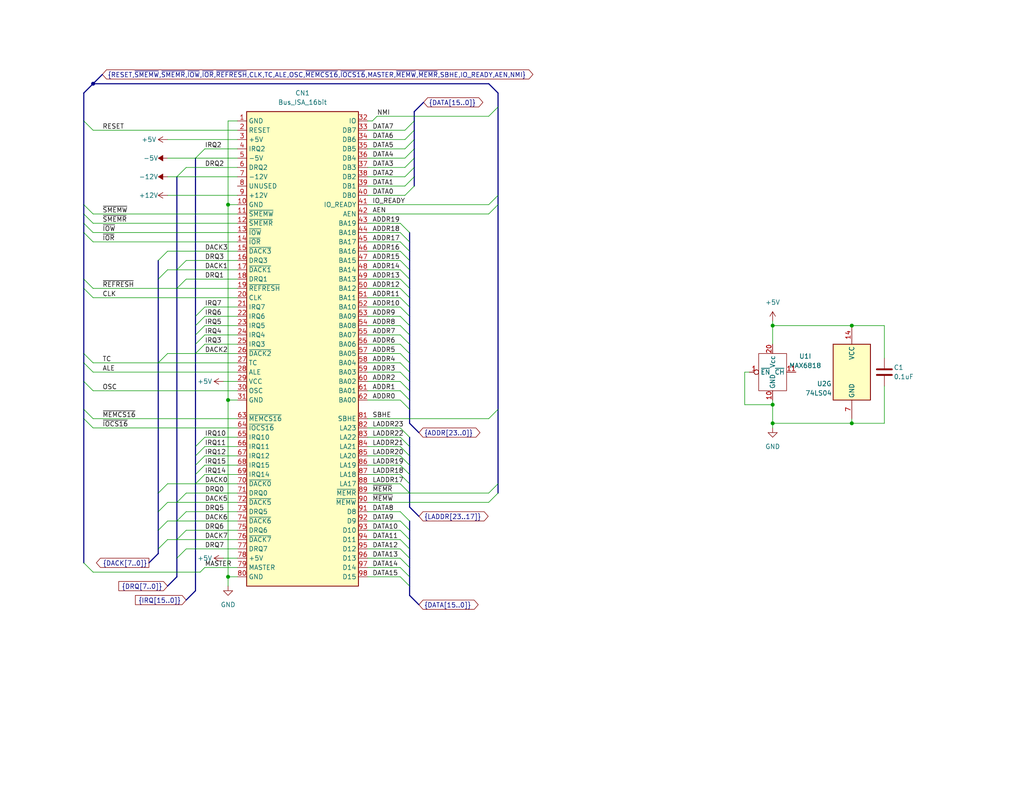
<source format=kicad_sch>
(kicad_sch (version 20211123) (generator eeschema)
  (paper "USLetter")
  (title_block (title "ISA Demo Card") (date "2022-04-17") (rev "001"))
  (lib_symbols
    (symbol "74xx:74LS04"
      (property "Reference" "U" (at 0 1.27 0))
      (property "Value" "74LS04" (at 0 -1.27 0))
      (symbol "74LS04_1_0"
        (polyline (pts (xy -3.81 3.81) (xy -3.81 -3.81) (xy 3.81 0) (xy -3.81 3.81)) (stroke (width 0.254)) (fill (type background)))
        (pin input line (at -7.62 0 0) (length 3.81) (name "~") (number "1"))
        (pin output inverted (at 7.62 0 180) (length 3.81) (name "~") (number "2"))
      )
      (symbol "74LS04_2_0"
        (polyline (pts (xy -3.81 3.81) (xy -3.81 -3.81) (xy 3.81 0) (xy -3.81 3.81)) (stroke (width 0.254)) (fill (type background)))
        (pin input line (at -7.62 0 0) (length 3.81) (name "~") (number "3"))
        (pin output inverted (at 7.62 0 180) (length 3.81) (name "~") (number "4"))
      )
      (symbol "74LS04_3_0"
        (polyline (pts (xy -3.81 3.81) (xy -3.81 -3.81) (xy 3.81 0) (xy -3.81 3.81)) (stroke (width 0.254)) (fill (type background)))
        (pin input line (at -7.62 0 0) (length 3.81) (name "~") (number "5"))
        (pin output inverted (at 7.62 0 180) (length 3.81) (name "~") (number "6"))
      )
      (symbol "74LS04_4_0"
        (polyline (pts (xy -3.81 3.81) (xy -3.81 -3.81) (xy 3.81 0) (xy -3.81 3.81)) (stroke (width 0.254)) (fill (type background)))
        (pin output inverted (at 7.62 0 180) (length 3.81) (name "~") (number "8"))
        (pin input line (at -7.62 0 0) (length 3.81) (name "~") (number "9"))
      )
      (symbol "74LS04_5_0"
        (polyline (pts (xy -3.81 3.81) (xy -3.81 -3.81) (xy 3.81 0) (xy -3.81 3.81)) (stroke (width 0.254)) (fill (type background)))
        (pin output inverted (at 7.62 0 180) (length 3.81) (name "~") (number "10"))
        (pin input line (at -7.62 0 0) (length 3.81) (name "~") (number "11"))
      )
      (symbol "74LS04_6_0"
        (polyline (pts (xy -3.81 3.81) (xy -3.81 -3.81) (xy 3.81 0) (xy -3.81 3.81)) (stroke (width 0.254)) (fill (type background)))
        (pin output inverted (at 7.62 0 180) (length 3.81) (name "~") (number "12"))
        (pin input line (at -7.62 0 0) (length 3.81) (name "~") (number "13"))
      )
      (symbol "74LS04_7_0"
        (pin power_in line (at 0 12.7 270) (length 5.08) (name "VCC") (number "14"))
        (pin power_in line (at 0 -12.7 90) (length 5.08) (name "GND") (number "7"))
      )
      (symbol "74LS04_7_1"
        (rectangle (start -5.08 7.62) (end 5.08 -7.62) (stroke (width 0.254)) (fill (type background)))
      )
    )
    (symbol "Connector:Bus_ISA_16bit"
      (property "Reference" "J" (at 0 67.945 0))
      (property "Value" "Bus_ISA_16bit" (at 0 -65.405 0))
      (symbol "Bus_ISA_16bit_0_1"
        (rectangle (start -15.24 -63.5) (end 15.24 66.04) (stroke (width 0.254)) (fill (type background)))
      )
      (symbol "Bus_ISA_16bit_1_1"
        (pin power_in line (at -17.78 63.5 0) (length 2.54) (name "GND") (number "1"))
        (pin power_in line (at -17.78 40.64 0) (length 2.54) (name "GND") (number "10"))
        (pin output line (at -17.78 38.1 0) (length 2.54) (name "~{SMEMW}") (number "11"))
        (pin output line (at -17.78 35.56 0) (length 2.54) (name "~{SMEMR}") (number "12"))
        (pin output line (at -17.78 33.02 0) (length 2.54) (name "~{IOW}") (number "13"))
        (pin output line (at -17.78 30.48 0) (length 2.54) (name "~{IOR}") (number "14"))
        (pin passive line (at -17.78 27.94 0) (length 2.54) (name "~{DACK3}") (number "15"))
        (pin passive line (at -17.78 25.4 0) (length 2.54) (name "DRQ3") (number "16"))
        (pin passive line (at -17.78 22.86 0) (length 2.54) (name "~{DACK1}") (number "17"))
        (pin passive line (at -17.78 20.32 0) (length 2.54) (name "DRQ1") (number "18"))
        (pin passive line (at -17.78 17.78 0) (length 2.54) (name "~{REFRESH}") (number "19"))
        (pin output line (at -17.78 60.96 0) (length 2.54) (name "RESET") (number "2"))
        (pin output line (at -17.78 15.24 0) (length 2.54) (name "CLK") (number "20"))
        (pin passive line (at -17.78 12.7 0) (length 2.54) (name "IRQ7") (number "21"))
        (pin passive line (at -17.78 10.16 0) (length 2.54) (name "IRQ6") (number "22"))
        (pin passive line (at -17.78 7.62 0) (length 2.54) (name "IRQ5") (number "23"))
        (pin passive line (at -17.78 5.08 0) (length 2.54) (name "IRQ4") (number "24"))
        (pin passive line (at -17.78 2.54 0) (length 2.54) (name "IRQ3") (number "25"))
        (pin passive line (at -17.78 0 0) (length 2.54) (name "~{DACK2}") (number "26"))
        (pin passive line (at -17.78 -2.54 0) (length 2.54) (name "TC") (number "27"))
        (pin output line (at -17.78 -5.08 0) (length 2.54) (name "ALE") (number "28"))
        (pin power_in line (at -17.78 -7.62 0) (length 2.54) (name "VCC") (number "29"))
        (pin power_in line (at -17.78 58.42 0) (length 2.54) (name "+5V") (number "3"))
        (pin output line (at -17.78 -10.16 0) (length 2.54) (name "OSC") (number "30"))
        (pin power_in line (at -17.78 -12.7 0) (length 2.54) (name "GND") (number "31"))
        (pin passive line (at 17.78 63.5 180) (length 2.54) (name "IO") (number "32"))
        (pin tri_state line (at 17.78 60.96 180) (length 2.54) (name "DB7") (number "33"))
        (pin tri_state line (at 17.78 58.42 180) (length 2.54) (name "DB6") (number "34"))
        (pin tri_state line (at 17.78 55.88 180) (length 2.54) (name "DB5") (number "35"))
        (pin tri_state line (at 17.78 53.34 180) (length 2.54) (name "DB4") (number "36"))
        (pin tri_state line (at 17.78 50.8 180) (length 2.54) (name "DB3") (number "37"))
        (pin tri_state line (at 17.78 48.26 180) (length 2.54) (name "DB2") (number "38"))
        (pin tri_state line (at 17.78 45.72 180) (length 2.54) (name "DB1") (number "39"))
        (pin passive line (at -17.78 55.88 0) (length 2.54) (name "IRQ2") (number "4"))
        (pin tri_state line (at 17.78 43.18 180) (length 2.54) (name "DB0") (number "40"))
        (pin passive line (at 17.78 40.64 180) (length 2.54) (name "IO_READY") (number "41"))
        (pin output line (at 17.78 38.1 180) (length 2.54) (name "AEN") (number "42"))
        (pin tri_state line (at 17.78 35.56 180) (length 2.54) (name "BA19") (number "43"))
        (pin tri_state line (at 17.78 33.02 180) (length 2.54) (name "BA18") (number "44"))
        (pin tri_state line (at 17.78 30.48 180) (length 2.54) (name "BA17") (number "45"))
        (pin tri_state line (at 17.78 27.94 180) (length 2.54) (name "BA16") (number "46"))
        (pin tri_state line (at 17.78 25.4 180) (length 2.54) (name "BA15") (number "47"))
        (pin tri_state line (at 17.78 22.86 180) (length 2.54) (name "BA14") (number "48"))
        (pin tri_state line (at 17.78 20.32 180) (length 2.54) (name "BA13") (number "49"))
        (pin power_in line (at -17.78 53.34 0) (length 2.54) (name "-5V") (number "5"))
        (pin tri_state line (at 17.78 17.78 180) (length 2.54) (name "BA12") (number "50"))
        (pin tri_state line (at 17.78 15.24 180) (length 2.54) (name "BA11") (number "51"))
        (pin tri_state line (at 17.78 12.7 180) (length 2.54) (name "BA10") (number "52"))
        (pin tri_state line (at 17.78 10.16 180) (length 2.54) (name "BA09") (number "53"))
        (pin tri_state line (at 17.78 7.62 180) (length 2.54) (name "BA08") (number "54"))
        (pin tri_state line (at 17.78 5.08 180) (length 2.54) (name "BA07") (number "55"))
        (pin tri_state line (at 17.78 2.54 180) (length 2.54) (name "BA06") (number "56"))
        (pin tri_state line (at 17.78 0 180) (length 2.54) (name "BA05") (number "57"))
        (pin tri_state line (at 17.78 -2.54 180) (length 2.54) (name "BA04") (number "58"))
        (pin tri_state line (at 17.78 -5.08 180) (length 2.54) (name "BA03") (number "59"))
        (pin passive line (at -17.78 50.8 0) (length 2.54) (name "DRQ2") (number "6"))
        (pin tri_state line (at 17.78 -7.62 180) (length 2.54) (name "BA02") (number "60"))
        (pin tri_state line (at 17.78 -10.16 180) (length 2.54) (name "BA01") (number "61"))
        (pin tri_state line (at 17.78 -12.7 180) (length 2.54) (name "BA00") (number "62"))
        (pin passive line (at -17.78 -17.78 0) (length 2.54) (name "~{MEMCS16}") (number "63"))
        (pin passive line (at -17.78 -20.32 0) (length 2.54) (name "~{IOCS16}") (number "64"))
        (pin passive line (at -17.78 -22.86 0) (length 2.54) (name "IRQ10") (number "65"))
        (pin passive line (at -17.78 -25.4 0) (length 2.54) (name "IRQ11") (number "66"))
        (pin passive line (at -17.78 -27.94 0) (length 2.54) (name "IRQ12") (number "67"))
        (pin passive line (at -17.78 -30.48 0) (length 2.54) (name "IRQ15") (number "68"))
        (pin passive line (at -17.78 -33.02 0) (length 2.54) (name "IRQ14") (number "69"))
        (pin power_in line (at -17.78 48.26 0) (length 2.54) (name "-12V") (number "7"))
        (pin output line (at -17.78 -35.56 0) (length 2.54) (name "~{DACK0}") (number "70"))
        (pin passive line (at -17.78 -38.1 0) (length 2.54) (name "DRQ0") (number "71"))
        (pin output line (at -17.78 -40.64 0) (length 2.54) (name "~{DACK5}") (number "72"))
        (pin passive line (at -17.78 -43.18 0) (length 2.54) (name "DRQ5") (number "73"))
        (pin output line (at -17.78 -45.72 0) (length 2.54) (name "~{DACK6}") (number "74"))
        (pin passive line (at -17.78 -48.26 0) (length 2.54) (name "DRQ6") (number "75"))
        (pin output line (at -17.78 -50.8 0) (length 2.54) (name "~{DACK7}") (number "76"))
        (pin passive line (at -17.78 -53.34 0) (length 2.54) (name "DRQ7") (number "77"))
        (pin power_in line (at -17.78 -55.88 0) (length 2.54) (name "+5V") (number "78"))
        (pin passive line (at -17.78 -58.42 0) (length 2.54) (name "MASTER") (number "79"))
        (pin passive line (at -17.78 45.72 0) (length 2.54) (name "UNUSED") (number "8"))
        (pin power_in line (at -17.78 -60.96 0) (length 2.54) (name "GND") (number "80"))
        (pin passive line (at 17.78 -17.78 180) (length 2.54) (name "SBHE") (number "81"))
        (pin passive line (at 17.78 -20.32 180) (length 2.54) (name "LA23") (number "82"))
        (pin passive line (at 17.78 -22.86 180) (length 2.54) (name "LA22") (number "83"))
        (pin passive line (at 17.78 -25.4 180) (length 2.54) (name "LA21") (number "84"))
        (pin passive line (at 17.78 -27.94 180) (length 2.54) (name "LA20") (number "85"))
        (pin passive line (at 17.78 -30.48 180) (length 2.54) (name "LA19") (number "86"))
        (pin passive line (at 17.78 -33.02 180) (length 2.54) (name "LA18") (number "87"))
        (pin passive line (at 17.78 -35.56 180) (length 2.54) (name "LA17") (number "88"))
        (pin output line (at 17.78 -38.1 180) (length 2.54) (name "~{MEMR}") (number "89"))
        (pin power_in line (at -17.78 43.18 0) (length 2.54) (name "+12V") (number "9"))
        (pin output line (at 17.78 -40.64 180) (length 2.54) (name "~{MEMW}") (number "90"))
        (pin tri_state line (at 17.78 -43.18 180) (length 2.54) (name "D8") (number "91"))
        (pin tri_state line (at 17.78 -45.72 180) (length 2.54) (name "D9") (number "92"))
        (pin tri_state line (at 17.78 -48.26 180) (length 2.54) (name "D10") (number "93"))
        (pin tri_state line (at 17.78 -50.8 180) (length 2.54) (name "D11") (number "94"))
        (pin tri_state line (at 17.78 -53.34 180) (length 2.54) (name "D12") (number "95"))
        (pin tri_state line (at 17.78 -55.88 180) (length 2.54) (name "D13") (number "96"))
        (pin tri_state line (at 17.78 -58.42 180) (length 2.54) (name "D14") (number "97"))
        (pin tri_state line (at 17.78 -60.96 180) (length 2.54) (name "D15") (number "98"))
      )
    )
    (symbol "Device:C" (pin_numbers hide) (pin_names (offset 0.254))
      (property "Reference" "C" (at 0.635 2.54 0))
      (property "Value" "C" (at 0.635 -2.54 0))
      (symbol "C_0_1"
        (polyline (pts (xy -2.032 -0.762) (xy 2.032 -0.762)) (stroke (width 0.508)))
        (polyline (pts (xy -2.032 0.762) (xy 2.032 0.762)) (stroke (width 0.508)))
      )
      (symbol "C_1_1"
        (pin passive line (at 0 3.81 270) (length 2.794) (name "~") (number "1"))
        (pin passive line (at 0 -3.81 90) (length 2.794) (name "~") (number "2"))
      )
    )
    (symbol "ISADemoCard:MAX6818" (in_bom no) (on_board no)
      (property "Reference" "U" (at 5.08 3.81 0))
      (property "Value" "MAX6818" (at 8.89 -2.54 0))
      (symbol "MAX6818_1_1"
        (rectangle (start -3.81 2.54) (end 3.81 -2.54))
        (pin output line (at 6.35 0 180) (length 2.54) (name "OUT") (number "19"))
        (pin input line (at -6.35 0 0) (length 2.54) (name "IN") (number "2"))
      )
      (symbol "MAX6818_2_1"
        (rectangle (start -3.81 2.54) (end 3.81 -2.54))
        (pin output line (at 6.35 0 180) (length 2.54) (name "OUT") (number "18"))
        (pin input line (at -6.35 0 0) (length 2.54) (name "IN") (number "3"))
      )
      (symbol "MAX6818_3_1"
        (rectangle (start -3.81 2.54) (end 3.81 -2.54))
        (pin output line (at 6.35 0 180) (length 2.54) (name "OUT") (number "17"))
        (pin input line (at -6.35 0 0) (length 2.54) (name "IN") (number "4"))
      )
      (symbol "MAX6818_4_1"
        (rectangle (start -3.81 2.54) (end 3.81 -2.54))
        (pin output line (at 6.35 0 180) (length 2.54) (name "OUT") (number "16"))
        (pin input line (at -6.35 0 0) (length 2.54) (name "IN") (number "5"))
      )
      (symbol "MAX6818_5_1"
        (rectangle (start 3.81 -2.54) (end -3.81 2.54))
        (pin output line (at 6.35 0 180) (length 2.54) (name "OUT") (number "15"))
        (pin input line (at -6.35 0 0) (length 2.54) (name "IN") (number "6"))
      )
      (symbol "MAX6818_6_1"
        (rectangle (start -3.81 2.54) (end 3.81 -2.54))
        (pin output line (at 6.35 0 180) (length 2.54) (name "OUT") (number "14"))
        (pin input line (at -6.35 0 0) (length 2.54) (name "IN") (number "7"))
      )
      (symbol "MAX6818_7_1"
        (rectangle (start -3.81 2.54) (end 3.81 -2.54))
        (pin output line (at 6.35 0 180) (length 2.54) (name "OUT") (number "13"))
        (pin input line (at -6.35 0 0) (length 2.54) (name "IN") (number "8"))
      )
      (symbol "MAX6818_8_1"
        (rectangle (start -3.81 2.54) (end 3.81 -2.54))
        (pin output line (at 6.35 0 180) (length 2.54) (name "OUT") (number "12"))
        (pin input line (at -6.35 0 0) (length 2.54) (name "IN") (number "9"))
      )
      (symbol "MAX6818_9_1"
        (rectangle (start -3.81 5.08) (end 3.81 -5.08))
        (pin input inverted (at -6.35 0 0) (length 2.54) (name "~{EN}") (number "1"))
        (pin power_in line (at 0 -7.62 90) (length 2.54) (name "GND") (number "10"))
        (pin output line (at 6.35 0 180) (length 2.54) (name "~{CH}") (number "11"))
        (pin power_in line (at 0 7.62 270) (length 2.54) (name "Vcc") (number "20"))
      )
    )
    (symbol "power:+12V" (power) (pin_names (offset 0))
      (property "Value" "+12V" (at 0 3.556 0))
      (symbol "+12V_0_1"
        (polyline (pts (xy -0.762 1.27) (xy 0 2.54)))
        (polyline (pts (xy 0 0) (xy 0 2.54)))
        (polyline (pts (xy 0 2.54) (xy 0.762 1.27)))
      )
      (symbol "+12V_1_1"
        (pin power_in line (at 0 0 90) (length 0) hide (name "+12V") (number "1"))
      )
    )
    (symbol "power:+5V" (power) (pin_names (offset 0))
      (property "Value" "+5V" (at 0 3.556 0))
      (symbol "+5V_0_1"
        (polyline (pts (xy -0.762 1.27) (xy 0 2.54)))
        (polyline (pts (xy 0 0) (xy 0 2.54)))
        (polyline (pts (xy 0 2.54) (xy 0.762 1.27)))
      )
      (symbol "+5V_1_1"
        (pin power_in line (at 0 0 90) (length 0) hide (name "+5V") (number "1"))
      )
    )
    (symbol "power:-12V" (power) (pin_names (offset 0))
      (property "Value" "-12V" (at 0 3.81 0))
      (symbol "-12V_0_0"
        (pin power_in line (at 0 0 90) (length 0) hide (name "-12V") (number "1"))
      )
      (symbol "-12V_0_1"
        (polyline (pts (xy 0 0) (xy 0 1.27) (xy 0.762 1.27) (xy 0 2.54) (xy -0.762 1.27) (xy 0 1.27)) (fill (type outline)))
      )
    )
    (symbol "power:-5V" (power) (pin_names (offset 0))
      (property "Value" "-5V" (at 0 3.81 0))
      (symbol "-5V_0_0"
        (pin power_in line (at 0 0 90) (length 0) hide (name "-5V") (number "1"))
      )
      (symbol "-5V_0_1"
        (polyline (pts (xy 0 0) (xy 0 1.27) (xy 0.762 1.27) (xy 0 2.54) (xy -0.762 1.27) (xy 0 1.27)) (fill (type outline)))
      )
    )
    (symbol "power:GND" (power) (pin_names (offset 0))
      (property "Value" "GND" (at 0 -3.81 0))
      (symbol "GND_0_1"
        (polyline (pts (xy 0 0) (xy 0 -1.27) (xy 1.27 -1.27) (xy 0 -2.54) (xy -1.27 -1.27) (xy 0 -1.27)))
      )
      (symbol "GND_1_1"
        (pin power_in line (at 0 0 270) (length 0) hide (name "GND") (number "1"))
      )
    )
  )
  (junction (at 232.41 115.57))
  (junction (at 210.82 88.9))
  (junction (at 62.23 157.48))
  (junction (at 25.4 22.86))
  (junction (at 62.23 109.22))
  (junction (at 232.41 88.9))
  (junction (at 210.82 110.49))
  (junction (at 62.23 55.88))
  (junction (at 210.82 115.57))
  (bus_entry (at 53.34 86.36) (size 2.54 -2.54))
  (bus_entry (at 53.34 96.52) (size 2.54 -2.54))
  (bus_entry (at 110.49 53.34) (size 2.54 -2.54))
  (bus_entry (at 111.76 88.9) (size -2.54 -2.54))
  (bus_entry (at 111.76 154.94) (size -2.54 -2.54))
  (bus_entry (at 111.76 93.98) (size -2.54 -2.54))
  (bus_entry (at 111.76 99.06) (size -2.54 -2.54))
  (bus_entry (at 48.26 142.24) (size 2.54 -2.54))
  (bus_entry (at 48.26 147.32) (size 2.54 -2.54))
  (bus_entry (at 25.4 106.68) (size -2.54 -2.54))
  (bus_entry (at 135.89 111.76) (size -2.54 2.54))
  (bus_entry (at 25.4 35.56) (size -2.54 -2.54))
  (bus_entry (at 25.4 99.06) (size -2.54 -2.54))
  (bus_entry (at 43.18 99.06) (size 2.54 -2.54))
  (bus_entry (at 48.26 48.26) (size 2.54 -2.54))
  (bus_entry (at 111.76 91.44) (size -2.54 -2.54))
  (bus_entry (at 111.76 78.74) (size -2.54 -2.54))
  (bus_entry (at 25.4 116.84) (size -2.54 -2.54))
  (bus_entry (at 25.4 60.96) (size -2.54 -2.54))
  (bus_entry (at 111.76 83.82) (size -2.54 -2.54))
  (bus_entry (at 111.76 63.5) (size -2.54 -2.54))
  (bus_entry (at 53.34 127) (size 2.54 -2.54))
  (bus_entry (at 48.26 73.66) (size 2.54 -2.54))
  (bus_entry (at 111.76 101.6) (size -2.54 -2.54))
  (bus_entry (at 25.4 156.21) (size -2.54 -2.54))
  (bus_entry (at 111.76 71.12) (size -2.54 -2.54))
  (bus_entry (at 111.76 132.08) (size -2.54 -2.54))
  (bus_entry (at 113.03 38.1) (size -2.54 2.54))
  (bus_entry (at 111.76 68.58) (size -2.54 -2.54))
  (bus_entry (at 111.76 109.22) (size -2.54 -2.54))
  (bus_entry (at 111.76 149.86) (size -2.54 -2.54))
  (bus_entry (at 111.76 127) (size -2.54 -2.54))
  (bus_entry (at 111.76 104.14) (size -2.54 -2.54))
  (bus_entry (at 113.03 45.72) (size -2.54 2.54))
  (bus_entry (at 25.4 114.3) (size -2.54 -2.54))
  (bus_entry (at 43.18 134.62) (size 2.54 -2.54))
  (bus_entry (at 43.18 76.2) (size 2.54 -2.54))
  (bus_entry (at 111.76 144.78) (size -2.54 -2.54))
  (bus_entry (at 48.26 152.4) (size 2.54 -2.54))
  (bus_entry (at 48.26 137.16) (size 2.54 -2.54))
  (bus_entry (at 25.4 58.42) (size -2.54 -2.54))
  (bus_entry (at 25.4 101.6) (size -2.54 -2.54))
  (bus_entry (at 135.89 55.88) (size -2.54 2.54))
  (bus_entry (at 135.89 134.62) (size -2.54 2.54))
  (bus_entry (at 111.76 157.48) (size -2.54 -2.54))
  (bus_entry (at 111.76 111.76) (size -2.54 -2.54))
  (bus_entry (at 53.34 91.44) (size 2.54 -2.54))
  (bus_entry (at 113.03 40.64) (size -2.54 2.54))
  (bus_entry (at 25.4 66.04) (size -2.54 -2.54))
  (bus_entry (at 111.76 142.24) (size -2.54 -2.54))
  (bus_entry (at 111.76 121.92) (size -2.54 -2.54))
  (bus_entry (at 53.34 88.9) (size 2.54 -2.54))
  (bus_entry (at 111.76 160.02) (size -2.54 -2.54))
  (bus_entry (at 43.18 144.78) (size 2.54 -2.54))
  (bus_entry (at 48.26 78.74) (size 2.54 -2.54))
  (bus_entry (at 111.76 134.62) (size -2.54 -2.54))
  (bus_entry (at 135.89 132.08) (size -2.54 2.54))
  (bus_entry (at 111.76 81.28) (size -2.54 -2.54))
  (bus_entry (at 53.34 132.08) (size 2.54 -2.54))
  (bus_entry (at 111.76 76.2) (size -2.54 -2.54))
  (bus_entry (at 43.18 71.12) (size 2.54 -2.54))
  (bus_entry (at 25.4 78.74) (size -2.54 -2.54))
  (bus_entry (at 53.34 121.92) (size 2.54 -2.54))
  (bus_entry (at 113.03 33.02) (size -2.54 2.54))
  (bus_entry (at 53.34 129.54) (size 2.54 -2.54))
  (bus_entry (at 111.76 66.04) (size -2.54 -2.54))
  (bus_entry (at 53.34 124.46) (size 2.54 -2.54))
  (bus_entry (at 111.76 73.66) (size -2.54 -2.54))
  (bus_entry (at 43.18 149.86) (size 2.54 -2.54))
  (bus_entry (at 53.34 93.98) (size 2.54 -2.54))
  (bus_entry (at 111.76 96.52) (size -2.54 -2.54))
  (bus_entry (at 111.76 129.54) (size -2.54 -2.54))
  (bus_entry (at 43.18 139.7) (size 2.54 -2.54))
  (bus_entry (at 111.76 119.38) (size -2.54 -2.54))
  (bus_entry (at 135.89 29.21) (size -2.54 2.54))
  (bus_entry (at 25.4 81.28) (size -2.54 -2.54))
  (bus_entry (at 111.76 86.36) (size -2.54 -2.54))
  (bus_entry (at 113.03 35.56) (size -2.54 2.54))
  (bus_entry (at 25.4 63.5) (size -2.54 -2.54))
  (bus_entry (at 113.03 43.18) (size -2.54 2.54))
  (bus_entry (at 111.76 124.46) (size -2.54 -2.54))
  (bus_entry (at 111.76 152.4) (size -2.54 -2.54))
  (bus_entry (at 111.76 106.68) (size -2.54 -2.54))
  (bus_entry (at 113.03 48.26) (size -2.54 2.54))
  (bus_entry (at 53.34 43.18) (size 2.54 -2.54))
  (bus_entry (at 135.89 53.34) (size -2.54 2.54))
  (bus_entry (at 111.76 147.32) (size -2.54 -2.54))
  (bus (pts (xy 111.76 76.2) (xy 111.76 78.74)))
  (wire (pts (xy 100.33 91.44) (xy 109.22 91.44)))
  (wire (pts (xy 50.8 71.12) (xy 64.77 71.12)))
  (bus (pts (xy 111.76 63.5) (xy 111.76 66.04)))
  (bus (pts (xy 111.76 91.44) (xy 111.76 93.98)))
  (bus (pts (xy 111.76 83.82) (xy 111.76 86.36)))
  (bus (pts (xy 111.76 111.76) (xy 111.76 115.57)))
  (wire (pts (xy 25.4 99.06) (xy 43.18 99.06)))
  (wire (pts (xy 50.8 139.7) (xy 64.77 139.7)))
  (bus (pts (xy 53.34 129.54) (xy 53.34 132.08)))
  (bus (pts (xy 25.4 22.86) (xy 27.94 20.32)))
  (wire (pts (xy 110.49 43.18) (xy 100.33 43.18)))
  (bus (pts (xy 111.76 96.52) (xy 111.76 99.06)))
  (wire (pts (xy 55.88 86.36) (xy 64.77 86.36)))
  (bus (pts (xy 53.34 96.52) (xy 53.34 121.92)))
  (wire (pts (xy 100.33 68.58) (xy 109.22 68.58)))
  (bus (pts (xy 111.76 104.14) (xy 111.76 106.68)))
  (bus (pts (xy 111.76 147.32) (xy 111.76 149.86)))
  (wire (pts (xy 210.82 88.9) (xy 210.82 93.98)))
  (wire (pts (xy 25.4 101.6) (xy 64.77 101.6)))
  (wire (pts (xy 62.23 157.48) (xy 62.23 160.02)))
  (wire (pts (xy 45.72 43.18) (xy 53.34 43.18)))
  (wire (pts (xy 62.23 55.88) (xy 62.23 109.22)))
  (wire (pts (xy 109.22 147.32) (xy 100.33 147.32)))
  (wire (pts (xy 100.33 40.64) (xy 110.49 40.64)))
  (wire (pts (xy 50.8 144.78) (xy 64.77 144.78)))
  (wire (pts (xy 109.22 116.84) (xy 100.33 116.84)))
  (wire (pts (xy 25.4 78.74) (xy 48.26 78.74)))
  (wire (pts (xy 109.22 109.22) (xy 100.33 109.22)))
  (wire (pts (xy 109.22 101.6) (xy 100.33 101.6)))
  (bus (pts (xy 111.76 119.38) (xy 111.76 121.92)))
  (bus (pts (xy 111.76 101.6) (xy 111.76 104.14)))
  (wire (pts (xy 133.35 114.3) (xy 100.33 114.3)))
  (bus (pts (xy 50.8 163.83) (xy 53.34 161.29)))
  (wire (pts (xy 241.3 105.41) (xy 241.3 115.57)))
  (bus (pts (xy 135.89 111.76) (xy 135.89 132.08)))
  (bus (pts (xy 48.26 78.74) (xy 48.26 137.16)))
  (wire (pts (xy 100.33 83.82) (xy 109.22 83.82)))
  (wire (pts (xy 55.88 93.98) (xy 64.77 93.98)))
  (bus (pts (xy 22.86 78.74) (xy 22.86 96.52)))
  (bus (pts (xy 53.34 91.44) (xy 53.34 93.98)))
  (bus (pts (xy 135.89 55.88) (xy 135.89 111.76)))
  (wire (pts (xy 25.4 60.96) (xy 64.77 60.96)))
  (bus (pts (xy 43.18 99.06) (xy 43.18 134.62)))
  (bus (pts (xy 111.76 162.56) (xy 114.3 165.1)))
  (wire (pts (xy 55.88 124.46) (xy 64.77 124.46)))
  (wire (pts (xy 100.33 71.12) (xy 109.22 71.12)))
  (wire (pts (xy 55.88 40.64) (xy 64.77 40.64)))
  (wire (pts (xy 109.22 96.52) (xy 100.33 96.52)))
  (wire (pts (xy 48.26 142.24) (xy 64.77 142.24)))
  (wire (pts (xy 204.47 101.6) (xy 203.2 101.6)))
  (wire (pts (xy 25.4 81.28) (xy 64.77 81.28)))
  (wire (pts (xy 25.4 58.42) (xy 64.77 58.42)))
  (wire (pts (xy 109.22 149.86) (xy 100.33 149.86)))
  (wire (pts (xy 133.35 55.88) (xy 100.33 55.88)))
  (wire (pts (xy 110.49 38.1) (xy 100.33 38.1)))
  (bus (pts (xy 53.34 86.36) (xy 53.34 88.9)))
  (wire (pts (xy 64.77 157.48) (xy 62.23 157.48)))
  (wire (pts (xy 110.49 35.56) (xy 100.33 35.56)))
  (bus (pts (xy 25.4 22.86) (xy 133.35 22.86)))
  (bus (pts (xy 111.76 134.62) (xy 111.76 138.43)))
  (bus (pts (xy 111.76 115.57) (xy 114.3 118.11)))
  (bus (pts (xy 111.76 121.92) (xy 111.76 124.46)))
  (bus (pts (xy 53.34 127) (xy 53.34 129.54)))
  (wire (pts (xy 55.88 121.92) (xy 64.77 121.92)))
  (bus (pts (xy 48.26 73.66) (xy 48.26 78.74)))
  (bus (pts (xy 111.76 152.4) (xy 111.76 154.94)))
  (bus (pts (xy 53.34 43.18) (xy 53.34 86.36)))
  (wire (pts (xy 232.41 88.9) (xy 241.3 88.9)))
  (wire (pts (xy 55.88 83.82) (xy 64.77 83.82)))
  (wire (pts (xy 100.33 81.28) (xy 109.22 81.28)))
  (wire (pts (xy 109.22 132.08) (xy 100.33 132.08)))
  (wire (pts (xy 62.23 33.02) (xy 62.23 55.88)))
  (wire (pts (xy 100.33 93.98) (xy 109.22 93.98)))
  (wire (pts (xy 45.72 38.1) (xy 64.77 38.1)))
  (bus (pts (xy 40.64 153.67) (xy 43.18 151.13)))
  (bus (pts (xy 22.86 58.42) (xy 22.86 60.96)))
  (bus (pts (xy 22.86 76.2) (xy 22.86 78.74)))
  (wire (pts (xy 43.18 99.06) (xy 64.77 99.06)))
  (bus (pts (xy 111.76 66.04) (xy 111.76 68.58)))
  (wire (pts (xy 45.72 53.34) (xy 64.77 53.34)))
  (bus (pts (xy 111.76 138.43) (xy 114.3 140.97)))
  (wire (pts (xy 109.22 154.94) (xy 100.33 154.94)))
  (bus (pts (xy 111.76 86.36) (xy 111.76 88.9)))
  (bus (pts (xy 135.89 25.4) (xy 135.89 29.21)))
  (bus (pts (xy 111.76 129.54) (xy 111.76 132.08)))
  (wire (pts (xy 48.26 73.66) (xy 64.77 73.66)))
  (wire (pts (xy 110.49 50.8) (xy 100.33 50.8)))
  (wire (pts (xy 25.4 156.21) (xy 54.61 156.21)))
  (bus (pts (xy 22.86 111.76) (xy 22.86 114.3)))
  (wire (pts (xy 100.33 76.2) (xy 109.22 76.2)))
  (wire (pts (xy 232.41 115.57) (xy 241.3 115.57)))
  (wire (pts (xy 55.88 154.94) (xy 64.77 154.94)))
  (bus (pts (xy 43.18 134.62) (xy 43.18 139.7)))
  (wire (pts (xy 25.4 35.56) (xy 64.77 35.56)))
  (wire (pts (xy 25.4 66.04) (xy 64.77 66.04)))
  (bus (pts (xy 113.03 33.02) (xy 113.03 30.48)))
  (bus (pts (xy 22.86 114.3) (xy 22.86 153.67)))
  (wire (pts (xy 109.22 152.4) (xy 100.33 152.4)))
  (wire (pts (xy 45.72 68.58) (xy 64.77 68.58)))
  (wire (pts (xy 45.72 137.16) (xy 48.26 137.16)))
  (bus (pts (xy 53.34 88.9) (xy 53.34 91.44)))
  (wire (pts (xy 210.82 88.9) (xy 232.41 88.9)))
  (wire (pts (xy 109.22 124.46) (xy 100.33 124.46)))
  (wire (pts (xy 109.22 157.48) (xy 100.33 157.48)))
  (wire (pts (xy 45.72 96.52) (xy 53.34 96.52)))
  (bus (pts (xy 48.26 137.16) (xy 48.26 142.24)))
  (bus (pts (xy 111.76 99.06) (xy 111.76 101.6)))
  (bus (pts (xy 111.76 154.94) (xy 111.76 157.48)))
  (wire (pts (xy 110.49 48.26) (xy 100.33 48.26)))
  (bus (pts (xy 53.34 93.98) (xy 53.34 96.52)))
  (bus (pts (xy 22.86 25.4) (xy 25.4 22.86)))
  (bus (pts (xy 113.03 43.18) (xy 113.03 45.72)))
  (bus (pts (xy 53.34 132.08) (xy 53.34 161.29)))
  (wire (pts (xy 45.72 132.08) (xy 53.34 132.08)))
  (wire (pts (xy 55.88 129.54) (xy 64.77 129.54)))
  (bus (pts (xy 113.03 45.72) (xy 113.03 48.26)))
  (wire (pts (xy 109.22 119.38) (xy 100.33 119.38)))
  (bus (pts (xy 111.76 93.98) (xy 111.76 96.52)))
  (bus (pts (xy 111.76 149.86) (xy 111.76 152.4)))
  (wire (pts (xy 109.22 127) (xy 100.33 127)))
  (wire (pts (xy 62.23 109.22) (xy 64.77 109.22)))
  (wire (pts (xy 62.23 55.88) (xy 64.77 55.88)))
  (wire (pts (xy 50.8 149.86) (xy 64.77 149.86)))
  (wire (pts (xy 210.82 87.63) (xy 210.82 88.9)))
  (wire (pts (xy 54.61 156.21) (xy 55.88 154.94)))
  (wire (pts (xy 101.6 33.02) (xy 100.33 33.02)))
  (wire (pts (xy 133.35 31.75) (xy 102.87 31.75)))
  (wire (pts (xy 55.88 127) (xy 64.77 127)))
  (wire (pts (xy 64.77 33.02) (xy 62.23 33.02)))
  (wire (pts (xy 48.26 78.74) (xy 64.77 78.74)))
  (wire (pts (xy 48.26 48.26) (xy 64.77 48.26)))
  (wire (pts (xy 110.49 45.72) (xy 100.33 45.72)))
  (wire (pts (xy 50.8 45.72) (xy 64.77 45.72)))
  (wire (pts (xy 55.88 88.9) (xy 64.77 88.9)))
  (bus (pts (xy 111.76 81.28) (xy 111.76 83.82)))
  (bus (pts (xy 43.18 71.12) (xy 43.18 76.2)))
  (wire (pts (xy 45.72 142.24) (xy 48.26 142.24)))
  (wire (pts (xy 48.26 137.16) (xy 64.77 137.16)))
  (wire (pts (xy 109.22 99.06) (xy 100.33 99.06)))
  (bus (pts (xy 111.76 68.58) (xy 111.76 71.12)))
  (bus (pts (xy 135.89 132.08) (xy 135.89 134.62)))
  (bus (pts (xy 22.86 99.06) (xy 22.86 104.14)))
  (bus (pts (xy 48.26 48.26) (xy 48.26 73.66)))
  (wire (pts (xy 100.33 86.36) (xy 109.22 86.36)))
  (wire (pts (xy 50.8 76.2) (xy 64.77 76.2)))
  (wire (pts (xy 109.22 142.24) (xy 100.33 142.24)))
  (bus (pts (xy 111.76 127) (xy 111.76 129.54)))
  (wire (pts (xy 203.2 110.49) (xy 210.82 110.49)))
  (bus (pts (xy 111.76 109.22) (xy 111.76 111.76)))
  (bus (pts (xy 111.76 157.48) (xy 111.76 160.02)))
  (wire (pts (xy 210.82 109.22) (xy 210.82 110.49)))
  (bus (pts (xy 43.18 139.7) (xy 43.18 144.78)))
  (bus (pts (xy 22.86 96.52) (xy 22.86 99.06)))
  (bus (pts (xy 22.86 33.02) (xy 22.86 55.88)))
  (wire (pts (xy 100.33 60.96) (xy 109.22 60.96)))
  (wire (pts (xy 232.41 114.3) (xy 232.41 115.57)))
  (wire (pts (xy 100.33 73.66) (xy 109.22 73.66)))
  (wire (pts (xy 25.4 63.5) (xy 64.77 63.5)))
  (wire (pts (xy 100.33 137.16) (xy 133.35 137.16)))
  (bus (pts (xy 111.76 78.74) (xy 111.76 81.28)))
  (wire (pts (xy 100.33 63.5) (xy 109.22 63.5)))
  (bus (pts (xy 48.26 147.32) (xy 48.26 152.4)))
  (wire (pts (xy 53.34 43.18) (xy 64.77 43.18)))
  (wire (pts (xy 110.49 53.34) (xy 100.33 53.34)))
  (wire (pts (xy 109.22 106.68) (xy 100.33 106.68)))
  (wire (pts (xy 109.22 144.78) (xy 100.33 144.78)))
  (wire (pts (xy 25.4 106.68) (xy 64.77 106.68)))
  (wire (pts (xy 60.96 152.4) (xy 64.77 152.4)))
  (bus (pts (xy 22.86 33.02) (xy 22.86 25.4)))
  (bus (pts (xy 111.76 132.08) (xy 111.76 134.62)))
  (bus (pts (xy 111.76 88.9) (xy 111.76 91.44)))
  (bus (pts (xy 53.34 124.46) (xy 53.34 127)))
  (bus (pts (xy 133.35 22.86) (xy 135.89 25.4)))
  (bus (pts (xy 22.86 55.88) (xy 22.86 58.42)))
  (wire (pts (xy 102.87 31.75) (xy 101.6 33.02)))
  (wire (pts (xy 25.4 116.84) (xy 64.77 116.84)))
  (wire (pts (xy 133.35 134.62) (xy 111.76 134.62)))
  (wire (pts (xy 62.23 109.22) (xy 62.23 157.48)))
  (bus (pts (xy 113.03 40.64) (xy 113.03 43.18)))
  (wire (pts (xy 241.3 88.9) (xy 241.3 97.79)))
  (bus (pts (xy 22.86 63.5) (xy 22.86 76.2)))
  (bus (pts (xy 111.76 160.02) (xy 111.76 162.56)))
  (bus (pts (xy 113.03 38.1) (xy 113.03 40.64)))
  (wire (pts (xy 55.88 91.44) (xy 64.77 91.44)))
  (wire (pts (xy 109.22 104.14) (xy 100.33 104.14)))
  (bus (pts (xy 22.86 60.96) (xy 22.86 63.5)))
  (bus (pts (xy 113.03 30.48) (xy 115.57 27.94)))
  (wire (pts (xy 45.72 48.26) (xy 48.26 48.26)))
  (bus (pts (xy 43.18 144.78) (xy 43.18 149.86)))
  (wire (pts (xy 100.33 88.9) (xy 109.22 88.9)))
  (wire (pts (xy 100.33 66.04) (xy 109.22 66.04)))
  (wire (pts (xy 109.22 121.92) (xy 100.33 121.92)))
  (wire (pts (xy 100.33 134.62) (xy 111.76 134.62)))
  (wire (pts (xy 203.2 101.6) (xy 203.2 110.49)))
  (bus (pts (xy 111.76 142.24) (xy 111.76 144.78)))
  (bus (pts (xy 111.76 71.12) (xy 111.76 73.66)))
  (bus (pts (xy 43.18 149.86) (xy 43.18 151.13)))
  (wire (pts (xy 48.26 147.32) (xy 64.77 147.32)))
  (wire (pts (xy 60.96 104.14) (xy 64.77 104.14)))
  (wire (pts (xy 53.34 96.52) (xy 64.77 96.52)))
  (wire (pts (xy 55.88 119.38) (xy 64.77 119.38)))
  (wire (pts (xy 100.33 58.42) (xy 133.35 58.42)))
  (wire (pts (xy 50.8 134.62) (xy 64.77 134.62)))
  (bus (pts (xy 113.03 35.56) (xy 113.03 38.1)))
  (bus (pts (xy 111.76 124.46) (xy 111.76 127)))
  (wire (pts (xy 100.33 78.74) (xy 109.22 78.74)))
  (bus (pts (xy 135.89 29.21) (xy 135.89 53.34)))
  (bus (pts (xy 48.26 142.24) (xy 48.26 147.32)))
  (bus (pts (xy 111.76 144.78) (xy 111.76 147.32)))
  (bus (pts (xy 111.76 106.68) (xy 111.76 109.22)))
  (bus (pts (xy 45.72 160.02) (xy 48.26 157.48)))
  (wire (pts (xy 232.41 115.57) (xy 210.82 115.57)))
  (bus (pts (xy 53.34 121.92) (xy 53.34 124.46)))
  (bus (pts (xy 48.26 152.4) (xy 48.26 157.48)))
  (bus (pts (xy 22.86 104.14) (xy 22.86 111.76)))
  (bus (pts (xy 111.76 73.66) (xy 111.76 76.2)))
  (bus (pts (xy 135.89 53.34) (xy 135.89 55.88)))
  (wire (pts (xy 45.72 73.66) (xy 48.26 73.66)))
  (bus (pts (xy 43.18 76.2) (xy 43.18 99.06)))
  (wire (pts (xy 210.82 110.49) (xy 210.82 115.57)))
  (bus (pts (xy 113.03 33.02) (xy 113.03 35.56)))
  (wire (pts (xy 53.34 132.08) (xy 64.77 132.08)))
  (wire (pts (xy 45.72 147.32) (xy 48.26 147.32)))
  (bus (pts (xy 113.03 48.26) (xy 113.03 50.8)))
  (wire (pts (xy 109.22 139.7) (xy 100.33 139.7)))
  (wire (pts (xy 25.4 114.3) (xy 64.77 114.3)))
  (wire (pts (xy 210.82 115.57) (xy 210.82 116.84)))
  (wire (pts (xy 109.22 129.54) (xy 100.33 129.54)))
  (label "IO_READY" (at 101.5874 55.88 0))
  (label "DATA12" (at 101.6 149.86 0))
  (label "IRQ2" (at 55.88 40.64 0))
  (label "IRQ10" (at 55.88 119.38 0))
  (label "DATA1" (at 101.6 50.8 0))
  (label "DATA7" (at 101.6 35.56 0))
  (label "~{MEMR}" (at 101.6 134.62 0))
  (label "~{MEMW}" (at 101.6 137.16 0))
  (label "ADDR6" (at 101.6 93.98 0))
  (label "ADDR7" (at 101.6 91.44 0))
  (label "DRQ3" (at 55.88 71.12 0))
  (label "IRQ5" (at 55.88 88.9 0))
  (label "ADDR19" (at 101.6 60.96 0))
  (label "IRQ3" (at 55.88 93.98 0))
  (label "ADDR18" (at 101.6 63.5 0))
  (label "DATA0" (at 101.6 53.34 0))
  (label "ADDR16" (at 101.6 68.58 0))
  (label "DATA13" (at 101.6 152.4 0))
  (label "DRQ5" (at 55.88 139.7 0))
  (label "MASTER" (at 55.88 154.94 0))
  (label "DACK5" (at 55.88 137.16 0))
  (label "IRQ6" (at 55.88 86.36 0))
  (label "~{SMEMR}" (at 27.94 60.96 0))
  (label "IRQ4" (at 55.88 91.44 0))
  (label "CLK" (at 27.94 81.28 0))
  (label "DACK3" (at 55.88 68.58 0))
  (label "DATA5" (at 101.6 40.64 0))
  (label "DATA3" (at 101.6 45.72 0))
  (label "LADDR21" (at 101.6 121.92 0))
  (label "DATA6" (at 101.6 38.1 0))
  (label "~{SMEMW}" (at 27.94 58.42 0))
  (label "ADDR13" (at 101.6 76.2 0))
  (label "IRQ12" (at 55.88 124.46 0))
  (label "DATA14" (at 101.6 154.94 0))
  (label "IRQ15" (at 55.88 127 0))
  (label "RESET" (at 27.94 35.56 0))
  (label "~{IOCS16}" (at 27.94 116.84 0))
  (label "LADDR23" (at 101.6 116.84 0))
  (label "DACK6" (at 55.88 142.24 0))
  (label "DACK1" (at 55.88 73.66 0))
  (label "AEN" (at 101.6 58.42 0))
  (label "SBHE" (at 101.6 114.3 0))
  (label "DRQ0" (at 55.88 134.62 0))
  (label "ADDR9" (at 101.6 86.36 0))
  (label "LADDR22" (at 101.6 119.38 0))
  (label "ADDR15" (at 101.6 71.12 0))
  (label "ADDR11" (at 101.6 81.28 0))
  (label "DATA11" (at 101.6 147.32 0))
  (label "IRQ7" (at 55.88 83.82 0))
  (label "ADDR4" (at 101.6 99.06 0))
  (label "NMI" (at 102.87 31.75 0))
  (label "DACK7" (at 55.88 147.32 0))
  (label "DATA10" (at 101.6 144.78 0))
  (label "~{IOR}" (at 27.94 66.04 0))
  (label "LADDR17" (at 101.6 132.08 0))
  (label "DACK0" (at 55.88 132.08 0))
  (label "~{REFRESH}" (at 27.94 78.74 0))
  (label "DACK2" (at 55.88 96.52 0))
  (label "IRQ14" (at 55.88 129.54 0))
  (label "DATA15" (at 101.6 157.48 0))
  (label "~{IOW}" (at 27.94 63.5 0))
  (label "DRQ2" (at 55.88 45.72 0))
  (label "~{MEMCS16}" (at 27.94 114.3 0))
  (label "LADDR19" (at 101.6 127 0))
  (label "ADDR0" (at 101.6 109.22 0))
  (label "ADDR5" (at 101.6 96.52 0))
  (label "DRQ6" (at 55.88 144.78 0))
  (label "DRQ1" (at 55.88 76.2 0))
  (label "OSC" (at 27.94 106.68 0))
  (label "ADDR2" (at 101.6 104.14 0))
  (label "ADDR8" (at 101.6 88.9 0))
  (label "DRQ7" (at 55.88 149.86 0))
  (label "DATA9" (at 101.6 142.24 0))
  (label "TC" (at 27.94 99.06 0))
  (label "ADDR3" (at 101.6 101.6 0))
  (label "DATA8" (at 101.6 139.7 0))
  (label "ADDR17" (at 101.6 66.04 0))
  (label "ADDR10" (at 101.6 83.82 0))
  (label "ADDR12" (at 101.6 78.74 0))
  (label "LADDR20" (at 101.6 124.46 0))
  (label "LADDR18" (at 101.6 129.54 0))
  (label "ADDR1" (at 101.6 106.68 0))
  (label "IRQ11" (at 55.88 121.92 0))
  (label "ADDR14" (at 101.6 73.66 0))
  (label "ALE" (at 27.94 101.6 0))
  (label "DATA4" (at 101.6 43.18 0))
  (label "DATA2" (at 101.6 48.26 0))
  (global_label "{LADDR[23..17]}" (shape bidirectional) (at 114.3 140.97 0) (property "Intersheet References" "${INTERSHEET_REFS}" (at 132.0741 140.8906 0) (effects (justify left))))
  (global_label "{DRQ[7..0]}" (shape input) (at 45.72 160.02 180) (property "Intersheet References" "${INTERSHEET_REFS}" (at 32.4212 159.9406 0) (effects (justify right))))
  (global_label "{RESET,~{SMEMW},~{SMEMR},~{IOW},~{IOR},~{REFRESH},CLK,TC,ALE,OSC,~{MEMCS16},~{IOCS16},MASTER,~{MEMW},~{MEMR},SBHE,IO_READY,AEN,NMI}" (shape bidirectional) (at 27.94 20.32 0) (property "Intersheet References" "${INTERSHEET_REFS}" (at 144.2902 20.2406 0) (effects (justify left))))
  (global_label "{DATA[15..0]}" (shape bidirectional) (at 114.3 165.1 0) (property "Intersheet References" "${INTERSHEET_REFS}" (at 129.3526 165.0206 0) (effects (justify left))))
  (global_label "{IRQ[15..0]}" (shape input) (at 50.8 163.83 180) (property "Intersheet References" "${INTERSHEET_REFS}" (at 36.9569 163.7506 0) (effects (justify right))))
  (global_label "{ADDR[23..0]}" (shape bidirectional) (at 114.3 118.11 0) (property "Intersheet References" "${INTERSHEET_REFS}" (at 129.8364 118.0306 0) (effects (justify left))))
  (global_label "{DACK[7..0]}" (shape output) (at 40.64 153.67 180) (property "Intersheet References" "${INTERSHEET_REFS}" (at 26.3131 153.5906 0) (effects (justify right))))
  (global_label "{DATA[15..0]}" (shape bidirectional) (at 115.57 27.94 0) (property "Intersheet References" "${INTERSHEET_REFS}" (at 130.6226 27.8606 0) (effects (justify left))))
  (symbol (lib_id "power:-12V") (at 45.72 48.26 90) (unit 1)
    (property "Reference" "#PWR03" (effects hide))
    (property "Value" "-12V" (at 43.18 48.26 90) (effects (justify left)))
  )
  (symbol (lib_id "power:+12V") (at 45.72 53.34 90) (unit 1)
    (property "Reference" "#PWR04" (effects hide))
    (property "Value" "+12V" (at 43.18 53.34 90) (effects (justify left)))
  )
  (symbol (lib_id "ISADemoCard:MAX6818") (at 210.82 101.6 0) (unit 9)
    (property "Reference" "U1" (at 219.71 97.2693 0))
    (property "Value" "MAX6818" (at 219.71 99.8093 0))
    (property "Footprint" "Package_SO:SSOP-20_5.3x7.2mm_P0.65mm" (effects hide))
  )
  (symbol (lib_id "Connector:Bus_ISA_16bit") (at 82.55 96.52 0) (unit 1)
    (property "Reference" "CN1" (at 82.55 25.4 0))
    (property "Value" "Bus_ISA_16bit" (at 82.55 27.94 0))
    (property "Footprint" "Connector_PCBEdge:BUS_AT" (effects hide))
    (property "Datasheet" "https://en.wikipedia.org/wiki/Industry_Standard_Architecture" (effects hide))
  )
  (symbol (lib_id "Device:C") (at 241.3 101.6 0) (mirror y) (unit 1)
    (property "Reference" "C1" (at 243.84 100.33 0) (effects (justify right)))
    (property "Value" "0.1uF" (at 243.84 102.87 0) (effects (justify right)))
    (property "Footprint" "Capacitor_SMD:C_0603_1608Metric" (effects hide))
  )
  (symbol (lib_id "power:-5V") (at 45.72 43.18 90) (unit 1)
    (property "Reference" "#PWR02" (effects hide))
    (property "Value" "-5V" (at 43.18 43.18 90) (effects (justify left)))
  )
  (symbol (lib_id "power:GND") (at 62.23 160.02 0) (unit 1)
    (property "Reference" "#PWR07" (effects hide))
    (property "Value" "GND" (at 62.23 165.1 0))
  )
  (symbol (lib_id "power:+5V") (at 60.96 104.14 90) (unit 1)
    (property "Reference" "#PWR05" (effects hide))
    (property "Value" "+5V" (at 55.88 104.14 90))
  )
  (symbol (lib_id "power:+5V") (at 210.82 87.63 0) (unit 1)
    (property "Reference" "#PWR08" (effects hide))
    (property "Value" "+5V" (at 210.82 82.55 0))
  )
  (symbol (lib_id "power:+5V") (at 45.72 38.1 90) (unit 1)
    (property "Reference" "#PWR01" (effects hide))
    (property "Value" "+5V" (at 40.64 38.1 90))
  )
  (symbol (lib_id "power:+5V") (at 60.96 152.4 90) (unit 1)
    (property "Reference" "#PWR06" (effects hide))
    (property "Value" "+5V" (at 55.88 152.4 90))
  )
  (symbol (lib_id "74xx:74LS04") (at 232.41 101.6 0) (unit 7)
    (property "Reference" "U2" (at 222.885 104.775 0) (effects (justify left)))
    (property "Value" "74LS04" (at 219.71 107.315 0) (effects (justify left)))
    (property "Footprint" "Package_SO:SOIC-14_3.9x8.7mm_P1.27mm" (effects hide))
    (property "Datasheet" "http://www.ti.com/lit/gpn/sn74LS04" (effects hide))
  )
  (symbol (lib_id "power:GND") (at 210.82 116.84 0) (unit 1)
    (property "Reference" "#PWR09" (effects hide))
    (property "Value" "GND" (at 210.82 121.92 0))
  )
  (sheet (at 291.465 227.33) (size 267.97 191.135) (stroke (width 0.1524))
    (property "Sheet name" "POST Display" (at 291.465 226.6184 0) (effects (justify left bottom)))
    (property "Sheet file" "POSTDisplay.kicad_sch" (at 291.465 419.0496 0) (effects (justify left top)))
  )
  (sheet (at 573.405 227.33) (size 288.925 191.135) (stroke (width 0.1524))
    (property "Sheet name" "Input Register" (at 573.405 226.6184 0) (effects (justify left bottom)))
    (property "Sheet file" "InputRegister.kicad_sch" (at 573.405 419.0496 0) (effects (justify left top)))
  )
  (sheet (at 1.27 227.33) (size 278.13 190.5) (stroke (width 0.1524))
    (property "Sheet name" "Expansion Interface" (at 1.27 226.6184 0) (effects (justify left bottom)))
    (property "Sheet file" "ExpansionInterface.kicad_sch" (at 1.27 418.4146 0) (effects (justify left top)))
  )
  (sheet (at 292.1 0) (size 266.7 213.36) (stroke (width 0.1524))
    (property "Sheet name" "ISA Demo Card - UI" (at 292.1 -0.7116 0) (effects (justify left bottom)))
    (property "Sheet file" "ISADemoCard-UI.kicad_sch" (at 292.1 213.9446 0) (effects (justify left top)))
  )
)
</source>
